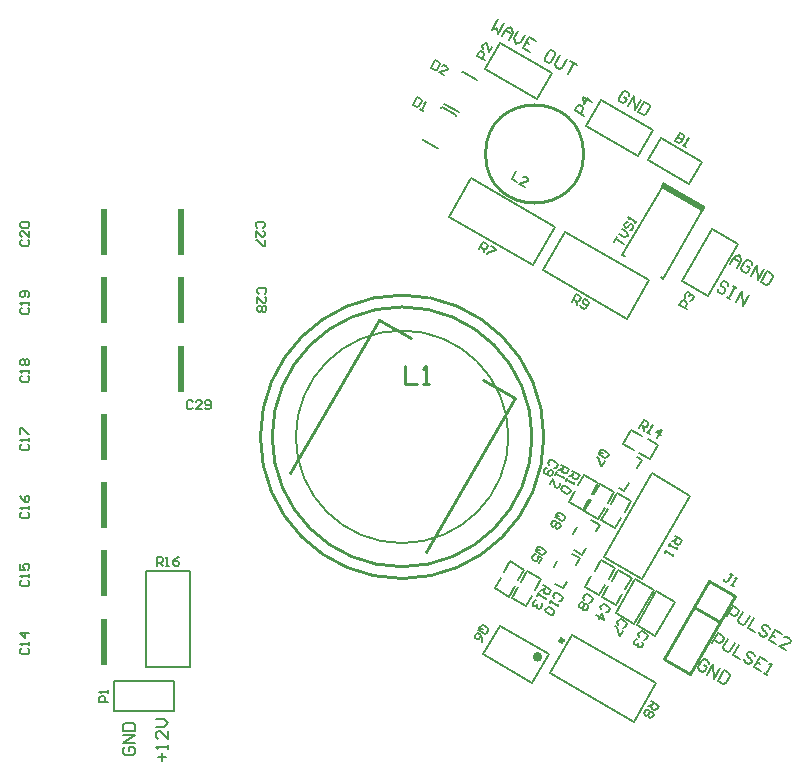
<source format=gto>
G04*
G04 #@! TF.GenerationSoftware,Altium Limited,Altium Designer,21.1.1 (26)*
G04*
G04 Layer_Color=65535*
%FSLAX25Y25*%
%MOIN*%
G70*
G04*
G04 #@! TF.SameCoordinates,FDC4DEE7-E93E-45EC-9828-44F572C0D175*
G04*
G04*
G04 #@! TF.FilePolarity,Positive*
G04*
G01*
G75*
%ADD10C,0.01000*%
%ADD11C,0.01181*%
%ADD12C,0.01575*%
%ADD13C,0.00500*%
%ADD14C,0.00591*%
%ADD15C,0.00600*%
%ADD16C,0.00787*%
%ADD17C,0.00700*%
%ADD18C,0.00800*%
%ADD19R,0.01968X0.15748*%
G04:AMPARAMS|DCode=20|XSize=20mil|YSize=164mil|CornerRadius=0mil|HoleSize=0mil|Usage=FLASHONLY|Rotation=240.000|XOffset=0mil|YOffset=0mil|HoleType=Round|Shape=Rectangle|*
%AMROTATEDRECTD20*
4,1,4,-0.06601,0.04966,0.07601,-0.03234,0.06601,-0.04966,-0.07601,0.03234,-0.06601,0.04966,0.0*
%
%ADD20ROTATEDRECTD20*%

D10*
X43307Y0D02*
G03*
X43307Y0I-43307J0D01*
G01*
X47244D02*
G03*
X47244Y0I-47244J0D01*
G01*
X60476Y94270D02*
G03*
X60476Y94270I-16339J0D01*
G01*
X-37240Y-12140D02*
X-7713Y39003D01*
X-7713D02*
X3027Y32802D01*
X8107Y-38321D02*
X37634Y12822D01*
X26894Y19023D02*
X37634Y12822D01*
X95830Y-78990D02*
X110830Y-53010D01*
X87170Y-73990D02*
X95830Y-78990D01*
X87170Y-73990D02*
X102170Y-48010D01*
X110830Y-53010D01*
X97170Y-56670D02*
X105830Y-61670D01*
X1001Y23499D02*
Y17501D01*
X5000D01*
X6999D02*
X8999D01*
X7999D01*
Y23499D01*
X6999Y22499D01*
D11*
X53725Y-67842D02*
G03*
X53725Y-67842I-591J0D01*
G01*
D12*
X45962Y-73362D02*
G03*
X45962Y-73362I-787J0D01*
G01*
D13*
X35433Y0D02*
G03*
X35433Y0I-35433J0D01*
G01*
D14*
X73647Y-2238D02*
X77197Y-4288D01*
X73647Y-2238D02*
X76347Y2438D01*
X79975Y343D01*
X81803Y-712D02*
X85353Y-2762D01*
X82653Y-7438D02*
X85353Y-2762D01*
X79025Y-5343D02*
X82653Y-7438D01*
X71068Y-30526D02*
X73118Y-26975D01*
X66392Y-27826D02*
X71068Y-30526D01*
X66392Y-27826D02*
X68487Y-24197D01*
X69542Y-22370D02*
X71592Y-18819D01*
X76268Y-21519D01*
X74173Y-25148D02*
X76268Y-21519D01*
X68544Y-21898D02*
X70639Y-18269D01*
X65963Y-15569D02*
X70639Y-18269D01*
X63913Y-19120D02*
X65963Y-15569D01*
X60763Y-24576D02*
X62858Y-20947D01*
X60763Y-24576D02*
X65439Y-27276D01*
X67489Y-23725D01*
X35591Y-53252D02*
X37641Y-49701D01*
X30915Y-50552D02*
X35591Y-53252D01*
X30915Y-50552D02*
X33009Y-46923D01*
X34065Y-45096D02*
X36115Y-41545D01*
X40791Y-44245D01*
X38696Y-47873D02*
X40791Y-44245D01*
X66650Y-53378D02*
X68745Y-49750D01*
X66650Y-53378D02*
X71327Y-56078D01*
X73377Y-52528D01*
X74432Y-50700D02*
X76527Y-47072D01*
X71850Y-44372D02*
X76527Y-47072D01*
X69800Y-47922D02*
X71850Y-44372D01*
X64171Y-44672D02*
X66221Y-41122D01*
X70898Y-43822D01*
X68803Y-47450D02*
X70898Y-43822D01*
X65698Y-52828D02*
X67748Y-49278D01*
X61021Y-50128D02*
X65698Y-52828D01*
X61021Y-50128D02*
X63116Y-46500D01*
X63348Y-18898D02*
X65443Y-15269D01*
X60767Y-12569D02*
X65443Y-15269D01*
X58716Y-16120D02*
X60767Y-12569D01*
X55567Y-21576D02*
X57661Y-17947D01*
X55567Y-21576D02*
X60243Y-24276D01*
X62293Y-20725D01*
X41220Y-56502D02*
X43270Y-52951D01*
X36544Y-53802D02*
X41220Y-56502D01*
X36544Y-53802D02*
X38639Y-50173D01*
X39694Y-48346D02*
X41744Y-44795D01*
X46420Y-47495D01*
X44325Y-51124D02*
X46420Y-47495D01*
D15*
X79997Y-47462D02*
X96096Y-19576D01*
X67179Y-40062D02*
X83279Y-12176D01*
X96096Y-19576D01*
X67179Y-40062D02*
X79997Y-47462D01*
X56757Y-66041D02*
X84643Y-82141D01*
X49357Y-78859D02*
X77243Y-94959D01*
X49357Y-78859D02*
X56757Y-66041D01*
X77243Y-94959D02*
X84643Y-82141D01*
X82008Y92226D02*
X86308Y99674D01*
X100078Y91724D01*
X95778Y84276D02*
X100078Y91724D01*
X82008Y92226D02*
X95778Y84276D01*
X-70600Y-76797D02*
X-70600Y-44597D01*
X-85400Y-44597D02*
X-85400Y-76797D01*
X-85400Y-44597D02*
X-70600Y-44597D01*
X-85400Y-76797D02*
X-70600Y-76797D01*
X71216Y-58670D02*
X77451Y-62270D01*
X71216Y-58670D02*
X77716Y-47412D01*
X83951Y-51012D01*
X77451Y-62270D02*
X83951Y-51012D01*
X78144Y-62670D02*
X84380Y-66270D01*
X78144Y-62670D02*
X84644Y-51412D01*
X90879Y-55012D01*
X84380Y-66270D02*
X90879Y-55012D01*
X15702Y73293D02*
X43588Y57193D01*
X23102Y86110D02*
X50988Y70010D01*
X43588Y57193D02*
X50988Y70010D01*
X15702Y73293D02*
X23102Y86110D01*
X47012Y55490D02*
X74898Y39390D01*
X54412Y68307D02*
X82298Y52207D01*
X74898Y39390D02*
X82298Y52207D01*
X47012Y55490D02*
X54412Y68307D01*
X31819Y139183D02*
X29820Y135720D01*
X31640Y136207D01*
X32128Y134387D01*
X34128Y137850D01*
X33283Y133720D02*
X34615Y136029D01*
X36436Y136517D01*
X36924Y134696D01*
X35591Y132387D01*
X36591Y134119D01*
X34282Y135452D01*
X38745Y135184D02*
X37412Y132875D01*
X37900Y131054D01*
X39721Y131542D01*
X41054Y133851D01*
X44517Y131852D02*
X42208Y133185D01*
X40209Y129721D01*
X42517Y128389D01*
X41208Y131453D02*
X42363Y130787D01*
X50865Y128186D02*
X49711Y128853D01*
X48801Y128609D01*
X47468Y126300D01*
X47712Y125390D01*
X48866Y124723D01*
X49776Y124967D01*
X51109Y127276D01*
X50865Y128186D01*
X52597Y127187D02*
X50931Y124301D01*
X51175Y123390D01*
X52329Y122724D01*
X53239Y122968D01*
X54905Y125854D01*
X56060Y125187D02*
X58368Y123854D01*
X57214Y124521D01*
X55215Y121058D01*
X75794Y113772D02*
X75551Y114683D01*
X74396Y115349D01*
X73486Y115105D01*
X72153Y112797D01*
X72397Y111886D01*
X73551Y111220D01*
X74462Y111464D01*
X75128Y112618D01*
X73974Y113285D01*
X75283Y110220D02*
X77282Y113683D01*
X77591Y108887D01*
X79591Y112350D01*
X80745Y111684D02*
X78746Y108221D01*
X80477Y107221D01*
X81388Y107465D01*
X82720Y109774D01*
X82476Y110684D01*
X80745Y111684D01*
X109320Y57720D02*
X110652Y60028D01*
X112473Y60516D01*
X112961Y58695D01*
X111628Y56387D01*
X112628Y58118D01*
X110319Y59451D01*
X116757Y57273D02*
X116513Y58184D01*
X115359Y58850D01*
X114449Y58606D01*
X113116Y56297D01*
X113360Y55387D01*
X114514Y54721D01*
X115425Y54965D01*
X116091Y56119D01*
X114937Y56785D01*
X116246Y53721D02*
X118245Y57184D01*
X118554Y52388D01*
X120554Y55851D01*
X121708Y55185D02*
X119709Y51722D01*
X121440Y50722D01*
X122351Y50966D01*
X123683Y53275D01*
X123439Y54185D01*
X121708Y55185D01*
X108794Y50273D02*
X108551Y51183D01*
X107396Y51849D01*
X106486Y51605D01*
X106152Y51028D01*
X106396Y50118D01*
X107551Y49451D01*
X107795Y48541D01*
X107462Y47964D01*
X106551Y47720D01*
X105397Y48386D01*
X105153Y49297D01*
X110282Y50183D02*
X111436Y49517D01*
X110859Y49850D01*
X108860Y46387D01*
X108283Y46720D01*
X109437Y46054D01*
X111168Y45054D02*
X113168Y48517D01*
X113477Y43721D01*
X115476Y47184D01*
X108320Y-59780D02*
X110319Y-56317D01*
X112050Y-57317D01*
X112294Y-58227D01*
X111628Y-59382D01*
X110718Y-59626D01*
X108986Y-58626D01*
X113782Y-58317D02*
X112116Y-61203D01*
X112360Y-62113D01*
X113514Y-62779D01*
X114425Y-62536D01*
X116091Y-59650D01*
X117245Y-60316D02*
X115246Y-63779D01*
X117554Y-65112D01*
X122683Y-64226D02*
X122439Y-63315D01*
X121285Y-62649D01*
X120375Y-62893D01*
X120042Y-63470D01*
X120285Y-64380D01*
X121440Y-65047D01*
X121684Y-65957D01*
X121350Y-66534D01*
X120440Y-66778D01*
X119286Y-66112D01*
X119042Y-65201D01*
X126479Y-65648D02*
X124171Y-64315D01*
X122172Y-67778D01*
X124480Y-69111D01*
X123171Y-66046D02*
X124326Y-66713D01*
X127943Y-71110D02*
X125635Y-69777D01*
X129276Y-68801D01*
X129609Y-68224D01*
X129365Y-67314D01*
X128211Y-66647D01*
X127301Y-66891D01*
X103320Y-68780D02*
X105319Y-65317D01*
X107051Y-66317D01*
X107294Y-67228D01*
X106628Y-68382D01*
X105718Y-68626D01*
X103986Y-67626D01*
X108782Y-67317D02*
X107116Y-70203D01*
X107360Y-71113D01*
X108514Y-71779D01*
X109424Y-71535D01*
X111091Y-68650D01*
X112245Y-69316D02*
X110246Y-72779D01*
X112554Y-74112D01*
X117683Y-73225D02*
X117439Y-72315D01*
X116285Y-71649D01*
X115375Y-71893D01*
X115041Y-72470D01*
X115285Y-73380D01*
X116440Y-74047D01*
X116684Y-74957D01*
X116350Y-75534D01*
X115440Y-75778D01*
X114286Y-75112D01*
X114042Y-74201D01*
X121480Y-74648D02*
X119171Y-73315D01*
X117172Y-76778D01*
X119480Y-78111D01*
X118171Y-75046D02*
X119326Y-75713D01*
X120634Y-78777D02*
X121789Y-79444D01*
X121212Y-79110D01*
X123211Y-75647D01*
X122301Y-75891D01*
X102294Y-75727D02*
X102050Y-74817D01*
X100896Y-74151D01*
X99986Y-74395D01*
X98653Y-76703D01*
X98897Y-77614D01*
X100051Y-78280D01*
X100961Y-78036D01*
X101628Y-76882D01*
X100474Y-76215D01*
X101783Y-79280D02*
X103782Y-75817D01*
X104091Y-80613D01*
X106091Y-77150D01*
X107245Y-77816D02*
X105246Y-81279D01*
X106977Y-82279D01*
X107887Y-82035D01*
X109220Y-79726D01*
X108976Y-78816D01*
X107245Y-77816D01*
X-92432Y-103234D02*
X-93099Y-103901D01*
Y-105234D01*
X-92432Y-105900D01*
X-89766D01*
X-89100Y-105234D01*
Y-103901D01*
X-89766Y-103234D01*
X-91099D01*
Y-104567D01*
X-89100Y-101901D02*
X-93099D01*
X-89100Y-99235D01*
X-93099D01*
Y-97903D02*
X-89100D01*
Y-95903D01*
X-89766Y-95237D01*
X-92432D01*
X-93099Y-95903D01*
Y-97903D01*
X-80099Y-107900D02*
Y-105234D01*
X-81432Y-106567D02*
X-78767D01*
X-78100Y-103901D02*
Y-102568D01*
Y-103235D01*
X-82099D01*
X-81432Y-103901D01*
X-78100Y-97903D02*
Y-100569D01*
X-80766Y-97903D01*
X-81432D01*
X-82099Y-98570D01*
Y-99903D01*
X-81432Y-100569D01*
X-82099Y-96570D02*
X-79433D01*
X-78100Y-95237D01*
X-79433Y-93905D01*
X-82099D01*
X60557Y107100D02*
X57527Y108850D01*
X58402Y110365D01*
X59198Y110578D01*
X60208Y109995D01*
X60422Y109198D01*
X59547Y107683D01*
X63181Y111645D02*
X60151Y113395D01*
X60792Y111005D01*
X61958Y113025D01*
X-69795Y11750D02*
X-70294Y12250D01*
X-71294D01*
X-71794Y11750D01*
Y9750D01*
X-71294Y9251D01*
X-70294D01*
X-69795Y9750D01*
X-66796Y9251D02*
X-68795D01*
X-66796Y11250D01*
Y11750D01*
X-67295Y12250D01*
X-68295D01*
X-68795Y11750D01*
X-65796Y9750D02*
X-65296Y9251D01*
X-64296D01*
X-63797Y9750D01*
Y11750D01*
X-64296Y12250D01*
X-65296D01*
X-65796Y11750D01*
Y11250D01*
X-65296Y10750D01*
X-63797D01*
X-45796Y47749D02*
X-45296Y48249D01*
Y49249D01*
X-45796Y49749D01*
X-47795D01*
X-48295Y49249D01*
Y48249D01*
X-47795Y47749D01*
X-48295Y44750D02*
Y46750D01*
X-46295Y44750D01*
X-45796D01*
X-45296Y45250D01*
Y46250D01*
X-45796Y46750D01*
Y43751D02*
X-45296Y43251D01*
Y42251D01*
X-45796Y41751D01*
X-46295D01*
X-46795Y42251D01*
X-47295Y41751D01*
X-47795D01*
X-48295Y42251D01*
Y43251D01*
X-47795Y43751D01*
X-47295D01*
X-46795Y43251D01*
X-46295Y43751D01*
X-45796D01*
X-46795Y43251D02*
Y42251D01*
X70702Y64921D02*
X71702Y66653D01*
X71202Y65787D01*
X73799Y64287D01*
X72202Y67518D02*
X73933Y66519D01*
X75299Y66884D01*
X74933Y68250D01*
X73201Y69250D01*
X75134Y71597D02*
X74451Y71414D01*
X73951Y70548D01*
X74134Y69866D01*
X74567Y69616D01*
X75250Y69799D01*
X75750Y70664D01*
X76432Y70847D01*
X76865Y70597D01*
X77048Y69915D01*
X76548Y69049D01*
X75866Y68866D01*
X77798Y71213D02*
X78298Y72079D01*
X78048Y71646D01*
X75451Y73146D01*
X75634Y72463D01*
X-81749Y-43000D02*
Y-40001D01*
X-80249D01*
X-79749Y-40500D01*
Y-41500D01*
X-80249Y-42000D01*
X-81749D01*
X-80749D02*
X-79749Y-43000D01*
X-78750D02*
X-77750D01*
X-78250D01*
Y-40001D01*
X-78750Y-40500D01*
X-74251Y-40001D02*
X-75251Y-40500D01*
X-76251Y-41500D01*
Y-42500D01*
X-75751Y-43000D01*
X-74751D01*
X-74251Y-42500D01*
Y-42000D01*
X-74751Y-41500D01*
X-76251D01*
X79004Y3076D02*
X80503Y5673D01*
X81802Y4923D01*
X81985Y4241D01*
X81485Y3375D01*
X80802Y3192D01*
X79504Y3941D01*
X80369Y3442D02*
X80735Y2076D01*
X81601Y1576D02*
X82467Y1076D01*
X82034Y1326D01*
X83533Y3924D01*
X82850Y3741D01*
X85064Y-423D02*
X86563Y2174D01*
X84515Y1625D01*
X86247Y626D01*
X47076Y-49504D02*
X49673Y-51003D01*
X48923Y-52302D01*
X48241Y-52485D01*
X47375Y-51985D01*
X47192Y-51302D01*
X47941Y-50004D01*
X47442Y-50869D02*
X46076Y-51235D01*
X45576Y-52101D02*
X45076Y-52967D01*
X45326Y-52534D01*
X47924Y-54033D01*
X47741Y-53351D01*
X46491Y-55515D02*
X46674Y-56198D01*
X46174Y-57064D01*
X45491Y-57246D01*
X45059Y-56997D01*
X44875Y-56314D01*
X45125Y-55881D01*
X44875Y-56314D01*
X44193Y-56497D01*
X43760Y-56247D01*
X43577Y-55564D01*
X44077Y-54698D01*
X44760Y-54515D01*
X53103Y-9243D02*
X55701Y-10743D01*
X54951Y-12041D01*
X54268Y-12224D01*
X53402Y-11724D01*
X53219Y-11042D01*
X53969Y-9743D01*
X53469Y-10609D02*
X52104Y-10975D01*
X51604Y-11840D02*
X51104Y-12706D01*
X51354Y-12273D01*
X53951Y-13773D01*
X53768Y-13090D01*
X49355Y-15736D02*
X50354Y-14005D01*
X51086Y-16736D01*
X51519Y-16986D01*
X52202Y-16803D01*
X52702Y-15937D01*
X52519Y-15254D01*
X90826Y-32937D02*
X93423Y-34436D01*
X92673Y-35735D01*
X91991Y-35918D01*
X91125Y-35418D01*
X90942Y-34735D01*
X91692Y-33436D01*
X91192Y-34302D02*
X89826Y-34668D01*
X89326Y-35534D02*
X88827Y-36400D01*
X89076Y-35967D01*
X91674Y-37466D01*
X91491Y-36783D01*
X88077Y-37698D02*
X87577Y-38564D01*
X87827Y-38131D01*
X90424Y-39631D01*
X90241Y-38948D01*
X56567Y-11243D02*
X59165Y-12743D01*
X58415Y-14041D01*
X57732Y-14224D01*
X56866Y-13724D01*
X56683Y-13042D01*
X57433Y-11743D01*
X56933Y-12609D02*
X55568Y-12975D01*
X55068Y-13840D02*
X54568Y-14706D01*
X54818Y-14273D01*
X57415Y-15773D01*
X57232Y-15090D01*
X55983Y-17254D02*
X56166Y-17937D01*
X55666Y-18803D01*
X54983Y-18986D01*
X53251Y-17986D01*
X53069Y-17303D01*
X53568Y-16438D01*
X54251Y-16255D01*
X55983Y-17254D01*
X56586Y44951D02*
X58085Y47548D01*
X59384Y46799D01*
X59567Y46116D01*
X59067Y45250D01*
X58384Y45067D01*
X57086Y45817D01*
X57951Y45317D02*
X58317Y43951D01*
X59433Y43884D02*
X59616Y43202D01*
X60482Y42702D01*
X61164Y42885D01*
X62164Y44616D01*
X61981Y45299D01*
X61115Y45799D01*
X60433Y45616D01*
X60183Y45183D01*
X60366Y44500D01*
X61664Y43750D01*
X82951Y-88086D02*
X85548Y-89585D01*
X84799Y-90884D01*
X84116Y-91067D01*
X83250Y-90567D01*
X83067Y-89884D01*
X83817Y-88586D01*
X83317Y-89451D02*
X81951Y-89817D01*
X83616Y-91933D02*
X83799Y-92615D01*
X83299Y-93481D01*
X82616Y-93664D01*
X82183Y-93414D01*
X82000Y-92731D01*
X81318Y-92914D01*
X80885Y-92664D01*
X80702Y-91982D01*
X81201Y-91116D01*
X81884Y-90933D01*
X82317Y-91183D01*
X82500Y-91866D01*
X83183Y-91683D01*
X83616Y-91933D01*
X82500Y-91866D02*
X82000Y-92731D01*
X25586Y62451D02*
X27085Y65048D01*
X28384Y64298D01*
X28567Y63616D01*
X28067Y62750D01*
X27384Y62567D01*
X26086Y63317D01*
X26952Y62817D02*
X27317Y61451D01*
X29683Y63549D02*
X31414Y62549D01*
X31164Y62116D01*
X28433Y61384D01*
X28183Y60952D01*
X51474Y-27065D02*
X53205Y-28065D01*
X53888Y-27882D01*
X54388Y-27016D01*
X54205Y-26333D01*
X52474Y-25334D01*
X51791Y-25517D01*
X51291Y-26382D01*
X52407Y-26449D02*
X51041Y-26815D01*
X51291Y-26382D02*
X51474Y-27065D01*
X52706Y-28931D02*
X52889Y-29613D01*
X52389Y-30479D01*
X51706Y-30662D01*
X51273Y-30412D01*
X51090Y-29729D01*
X50407Y-29912D01*
X49974Y-29662D01*
X49791Y-28980D01*
X50291Y-28114D01*
X50974Y-27931D01*
X51407Y-28181D01*
X51590Y-28863D01*
X52273Y-28681D01*
X52706Y-28931D01*
X51590Y-28863D02*
X51090Y-29729D01*
X65956Y-5981D02*
X67687Y-6981D01*
X68370Y-6798D01*
X68870Y-5932D01*
X68687Y-5250D01*
X66956Y-4250D01*
X66273Y-4433D01*
X65773Y-5299D01*
X66889Y-5366D02*
X65523Y-5731D01*
X65773Y-5299D02*
X65956Y-5981D01*
X67620Y-8097D02*
X66621Y-9828D01*
X66188Y-9578D01*
X65456Y-6847D01*
X65023Y-6597D01*
X25884Y-64567D02*
X27616Y-65567D01*
X28299Y-65384D01*
X28798Y-64518D01*
X28615Y-63836D01*
X26884Y-62836D01*
X26201Y-63019D01*
X25701Y-63885D01*
X26817Y-63951D02*
X25451Y-64317D01*
X25701Y-63885D02*
X25884Y-64567D01*
X26549Y-68414D02*
X26616Y-67299D01*
X26250Y-65933D01*
X25384Y-65433D01*
X24701Y-65616D01*
X24202Y-66482D01*
X24385Y-67164D01*
X24817Y-67414D01*
X25500Y-67232D01*
X26250Y-65933D01*
X44974Y-38323D02*
X46705Y-39323D01*
X47388Y-39140D01*
X47888Y-38274D01*
X47705Y-37592D01*
X45974Y-36592D01*
X45291Y-36775D01*
X44791Y-37641D01*
X45907Y-37708D02*
X44541Y-38074D01*
X44791Y-37641D02*
X44974Y-38323D01*
X45639Y-42170D02*
X46639Y-40439D01*
X45340Y-39689D01*
X45273Y-40805D01*
X45023Y-41238D01*
X44340Y-41420D01*
X43474Y-40921D01*
X43291Y-40238D01*
X43791Y-39372D01*
X44474Y-39189D01*
X95049Y42586D02*
X92452Y44085D01*
X93202Y45384D01*
X93884Y45567D01*
X94750Y45067D01*
X94933Y44384D01*
X94183Y43086D01*
X94384Y46433D02*
X94201Y47115D01*
X94701Y47981D01*
X95384Y48164D01*
X95817Y47914D01*
X96000Y47232D01*
X95750Y46799D01*
X96000Y47232D01*
X96682Y47414D01*
X97115Y47164D01*
X97298Y46482D01*
X96798Y45616D01*
X96116Y45433D01*
X27549Y125586D02*
X24952Y127085D01*
X25701Y128384D01*
X26384Y128567D01*
X27250Y128067D01*
X27433Y127384D01*
X26683Y126086D01*
X30048Y129915D02*
X29048Y128183D01*
X28317Y130914D01*
X27884Y131164D01*
X27201Y130981D01*
X26701Y130116D01*
X26884Y129433D01*
X-98000Y-88499D02*
X-100999D01*
Y-87000D01*
X-100500Y-86500D01*
X-99500D01*
X-99000Y-87000D01*
Y-88499D01*
X-98000Y-85500D02*
Y-84501D01*
Y-85000D01*
X-100999D01*
X-100500Y-85500D01*
X92518Y101298D02*
X91019Y98701D01*
X92317Y97951D01*
X93000Y98134D01*
X93250Y98567D01*
X93067Y99250D01*
X91768Y100000D01*
X93067Y99250D01*
X93750Y99433D01*
X94000Y99866D01*
X93817Y100549D01*
X92518Y101298D01*
X93616Y97202D02*
X94482Y96702D01*
X94049Y96952D01*
X95548Y99549D01*
X94866Y99366D01*
X37993Y88497D02*
X36493Y85900D01*
X38224Y84900D01*
X40822Y83401D02*
X39090Y84401D01*
X41821Y85132D01*
X42071Y85565D01*
X41888Y86248D01*
X41023Y86748D01*
X40340Y86565D01*
X110250Y-46201D02*
X109384Y-45702D01*
X109817Y-45952D01*
X108567Y-48116D01*
X107885Y-48299D01*
X107452Y-48049D01*
X107269Y-47366D01*
X109616Y-49299D02*
X110482Y-49798D01*
X110049Y-49548D01*
X111548Y-46951D01*
X110866Y-47134D01*
X11085Y125548D02*
X9586Y122951D01*
X10885Y122201D01*
X11567Y122384D01*
X12567Y124116D01*
X12384Y124799D01*
X11085Y125548D01*
X13915Y120452D02*
X12183Y121451D01*
X14914Y122183D01*
X15164Y122616D01*
X14981Y123299D01*
X14116Y123799D01*
X13433Y123616D01*
X5018Y113298D02*
X3519Y110701D01*
X4817Y109951D01*
X5500Y110134D01*
X6500Y111866D01*
X6317Y112548D01*
X5018Y113298D01*
X6116Y109202D02*
X6982Y108702D01*
X6549Y108952D01*
X8048Y111549D01*
X7366Y111366D01*
X-46296Y69749D02*
X-45796Y70249D01*
Y71249D01*
X-46296Y71749D01*
X-48295D01*
X-48795Y71249D01*
Y70249D01*
X-48295Y69749D01*
X-48795Y66750D02*
Y68750D01*
X-46795Y66750D01*
X-46296D01*
X-45796Y67250D01*
Y68250D01*
X-46296Y68750D01*
X-45796Y65751D02*
Y63751D01*
X-46296D01*
X-48295Y65751D01*
X-48795D01*
X-126795Y65751D02*
X-127295Y65251D01*
Y64251D01*
X-126795Y63751D01*
X-124796D01*
X-124296Y64251D01*
Y65251D01*
X-124796Y65751D01*
X-124296Y68750D02*
Y66750D01*
X-126295Y68750D01*
X-126795D01*
X-127295Y68250D01*
Y67250D01*
X-126795Y66750D01*
Y69749D02*
X-127295Y70249D01*
Y71249D01*
X-126795Y71749D01*
X-124796D01*
X-124296Y71249D01*
Y70249D01*
X-124796Y69749D01*
X-126795D01*
Y43008D02*
X-127295Y42508D01*
Y41508D01*
X-126795Y41008D01*
X-124796D01*
X-124296Y41508D01*
Y42508D01*
X-124796Y43008D01*
X-124296Y44007D02*
Y45007D01*
Y44507D01*
X-127295D01*
X-126795Y44007D01*
X-124796Y46506D02*
X-124296Y47006D01*
Y48006D01*
X-124796Y48506D01*
X-126795D01*
X-127295Y48006D01*
Y47006D01*
X-126795Y46506D01*
X-126295D01*
X-125795Y47006D01*
Y48506D01*
X-126795Y20306D02*
X-127295Y19806D01*
Y18807D01*
X-126795Y18307D01*
X-124796D01*
X-124296Y18807D01*
Y19806D01*
X-124796Y20306D01*
X-124296Y21306D02*
Y22306D01*
Y21806D01*
X-127295D01*
X-126795Y21306D01*
Y23805D02*
X-127295Y24305D01*
Y25305D01*
X-126795Y25804D01*
X-126295D01*
X-125795Y25305D01*
X-125295Y25804D01*
X-124796D01*
X-124296Y25305D01*
Y24305D01*
X-124796Y23805D01*
X-125295D01*
X-125795Y24305D01*
X-126295Y23805D01*
X-126795D01*
X-125795Y24305D02*
Y25305D01*
X-126795Y-2395D02*
X-127295Y-2895D01*
Y-3895D01*
X-126795Y-4395D01*
X-124796D01*
X-124296Y-3895D01*
Y-2895D01*
X-124796Y-2395D01*
X-124296Y-1396D02*
Y-396D01*
Y-896D01*
X-127295D01*
X-126795Y-1396D01*
X-127295Y1104D02*
Y3103D01*
X-126795D01*
X-124796Y1104D01*
X-124296D01*
X-126795Y-25097D02*
X-127295Y-25596D01*
Y-26596D01*
X-126795Y-27096D01*
X-124796D01*
X-124296Y-26596D01*
Y-25596D01*
X-124796Y-25097D01*
X-124296Y-24097D02*
Y-23097D01*
Y-23597D01*
X-127295D01*
X-126795Y-24097D01*
X-127295Y-19598D02*
X-126795Y-20598D01*
X-125795Y-21598D01*
X-124796D01*
X-124296Y-21098D01*
Y-20098D01*
X-124796Y-19598D01*
X-125295D01*
X-125795Y-20098D01*
Y-21598D01*
X-126795Y-47798D02*
X-127295Y-48298D01*
Y-49297D01*
X-126795Y-49797D01*
X-124796D01*
X-124296Y-49297D01*
Y-48298D01*
X-124796Y-47798D01*
X-124296Y-46798D02*
Y-45799D01*
Y-46299D01*
X-127295D01*
X-126795Y-46798D01*
X-127295Y-42300D02*
Y-44299D01*
X-125795D01*
X-126295Y-43299D01*
Y-42800D01*
X-125795Y-42300D01*
X-124796D01*
X-124296Y-42800D01*
Y-43799D01*
X-124796Y-44299D01*
X-126795Y-70499D02*
X-127295Y-70999D01*
Y-71999D01*
X-126795Y-72499D01*
X-124796D01*
X-124296Y-71999D01*
Y-70999D01*
X-124796Y-70499D01*
X-124296Y-69500D02*
Y-68500D01*
Y-69000D01*
X-127295D01*
X-126795Y-69500D01*
X-124296Y-65501D02*
X-127295D01*
X-125795Y-67001D01*
Y-65001D01*
X52330Y-54767D02*
X53013Y-54584D01*
X53513Y-53719D01*
X53330Y-53036D01*
X51598Y-52036D01*
X50916Y-52219D01*
X50416Y-53085D01*
X50599Y-53768D01*
X49666Y-54383D02*
X49166Y-55249D01*
X49416Y-54816D01*
X52013Y-56316D01*
X51830Y-55633D01*
X50581Y-57797D02*
X50764Y-58480D01*
X50264Y-59346D01*
X49581Y-59529D01*
X47850Y-58529D01*
X47667Y-57846D01*
X48166Y-56981D01*
X48849Y-56798D01*
X50581Y-57797D01*
X50679Y-10440D02*
X51362Y-10257D01*
X51862Y-9392D01*
X51679Y-8709D01*
X49947Y-7709D01*
X49264Y-7892D01*
X48765Y-8758D01*
X48948Y-9441D01*
X48448Y-10306D02*
X47765Y-10489D01*
X47265Y-11355D01*
X47448Y-12038D01*
X49180Y-13038D01*
X49862Y-12855D01*
X50362Y-11989D01*
X50179Y-11306D01*
X49746Y-11056D01*
X49064Y-11239D01*
X48314Y-12538D01*
X62325Y-55269D02*
X63008Y-55086D01*
X63508Y-54220D01*
X63325Y-53538D01*
X61593Y-52538D01*
X60910Y-52721D01*
X60410Y-53587D01*
X60593Y-54270D01*
X61825Y-56135D02*
X62008Y-56818D01*
X61508Y-57683D01*
X60825Y-57867D01*
X60393Y-57617D01*
X60210Y-56934D01*
X59527Y-57117D01*
X59094Y-56867D01*
X58911Y-56184D01*
X59411Y-55318D01*
X60094Y-55135D01*
X60527Y-55385D01*
X60710Y-56068D01*
X61392Y-55885D01*
X61825Y-56135D01*
X60710Y-56068D02*
X60210Y-56934D01*
X73699Y-63568D02*
X74382Y-63385D01*
X74882Y-62520D01*
X74699Y-61837D01*
X72967Y-60837D01*
X72285Y-61020D01*
X71785Y-61886D01*
X71968Y-62569D01*
X73632Y-64684D02*
X72633Y-66415D01*
X72200Y-66166D01*
X71468Y-63434D01*
X71035Y-63184D01*
X67954Y-58519D02*
X68637Y-58336D01*
X69137Y-57471D01*
X68954Y-56788D01*
X67222Y-55788D01*
X66540Y-55971D01*
X66040Y-56837D01*
X66223Y-57520D01*
X64540Y-59434D02*
X67137Y-60934D01*
X66589Y-58885D01*
X65589Y-60617D01*
X80628Y-67568D02*
X81310Y-67385D01*
X81810Y-66520D01*
X81627Y-65837D01*
X79896Y-64837D01*
X79213Y-65020D01*
X78713Y-65886D01*
X78896Y-66569D01*
X80128Y-68434D02*
X80311Y-69117D01*
X79811Y-69982D01*
X79128Y-70165D01*
X78695Y-69916D01*
X78512Y-69233D01*
X78762Y-68800D01*
X78512Y-69233D01*
X77829Y-69416D01*
X77397Y-69166D01*
X77214Y-68483D01*
X77713Y-67617D01*
X78396Y-67434D01*
D16*
X61170Y103670D02*
X78490Y93670D01*
X83490Y102330D01*
X66170Y112330D02*
X83490Y102330D01*
X61170Y103670D02*
X66170Y112330D01*
X32510Y131330D02*
X49830Y121330D01*
X27510Y122670D02*
X32510Y131330D01*
X27510Y122670D02*
X44830Y112670D01*
X49830Y121330D01*
X93170Y52010D02*
X103170Y69330D01*
X93170Y52010D02*
X101830Y47010D01*
X111830Y64330D01*
X103170Y69330D02*
X111830Y64330D01*
X13073Y109705D02*
X13172Y109875D01*
X17846Y106949D02*
X17945Y107119D01*
X7018Y99018D02*
X7117Y99188D01*
X11792Y96262D02*
X11890Y96432D01*
X13172Y109875D02*
X17945Y107119D01*
X7018Y99018D02*
X11792Y96262D01*
X50591Y-43507D02*
X51772Y-41462D01*
X57091Y-32249D02*
X58272Y-30203D01*
X78239Y-6831D02*
X79944Y-7816D01*
X78369Y-10543D02*
X79944Y-7816D01*
X72334Y-17060D02*
X74039Y-18044D01*
X75613Y-15317D01*
X18828Y108125D02*
X18927Y108295D01*
X14055Y110881D02*
X14153Y111051D01*
X24883Y118812D02*
X24982Y118983D01*
X20110Y121568D02*
X20208Y121738D01*
X14055Y110881D02*
X18828Y108125D01*
X20208Y121738D02*
X24982Y118983D01*
X-96000Y-91500D02*
X-76000Y-91500D01*
X-76000Y-81500D01*
X-96000Y-81500D02*
X-76000Y-81500D01*
X-96000Y-91500D02*
X-96000Y-81500D01*
D17*
X73452Y60600D02*
X74231Y60150D01*
X73452Y60600D02*
X86802Y83723D01*
X87048Y52750D02*
X100398Y75873D01*
X86269Y53199D02*
X87048Y52750D01*
D18*
X32573Y-62904D02*
X48939Y-72353D01*
X27061Y-72451D02*
X43427Y-81900D01*
X48939Y-72353D01*
X27061Y-72451D02*
X32573Y-62904D01*
X53592Y-50514D02*
X54891Y-48263D01*
X53592Y-50514D02*
X54891Y-48263D01*
X53592Y-50514D02*
X54891Y-48263D01*
X50813Y-48909D02*
X53592Y-50514D01*
X56561Y-38953D02*
X59340Y-40558D01*
X58041Y-42808D02*
X59340Y-40558D01*
X60092Y-39255D02*
X61391Y-37005D01*
X60092Y-39255D02*
X61391Y-37005D01*
X60092Y-39255D02*
X61391Y-37005D01*
X57313Y-37651D02*
X60092Y-39255D01*
X63061Y-27695D02*
X65840Y-29299D01*
X64541Y-31550D02*
X65840Y-29299D01*
D19*
X-73701Y68250D02*
D03*
Y22750D02*
D03*
Y45500D02*
D03*
X-99390Y-45500D02*
D03*
Y0D02*
D03*
Y45500D02*
D03*
Y22750D02*
D03*
Y-68250D02*
D03*
Y-22750D02*
D03*
Y68250D02*
D03*
D20*
X93750Y80057D02*
D03*
M02*

</source>
